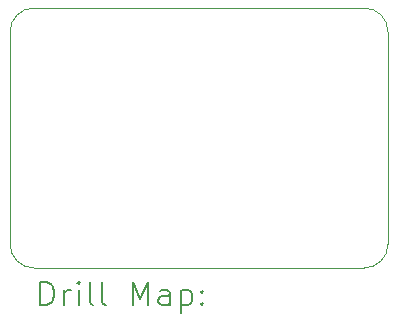
<source format=gbr>
%TF.GenerationSoftware,KiCad,Pcbnew,8.0.2*%
%TF.CreationDate,2024-09-03T17:10:48+02:00*%
%TF.ProjectId,IMD SCS Maker,494d4420-5343-4532-904d-616b65722e6b,rev?*%
%TF.SameCoordinates,Original*%
%TF.FileFunction,Drillmap*%
%TF.FilePolarity,Positive*%
%FSLAX45Y45*%
G04 Gerber Fmt 4.5, Leading zero omitted, Abs format (unit mm)*
G04 Created by KiCad (PCBNEW 8.0.2) date 2024-09-03 17:10:48*
%MOMM*%
%LPD*%
G01*
G04 APERTURE LIST*
%ADD10C,0.100000*%
%ADD11C,0.200000*%
G04 APERTURE END LIST*
D10*
X9300000Y-3950000D02*
G75*
G02*
X9500000Y-4150000I0J-200000D01*
G01*
X6300000Y-4150000D02*
G75*
G02*
X6500000Y-3950000I200000J0D01*
G01*
X9500000Y-4150000D02*
X9500000Y-5950000D01*
X6500000Y-3950000D02*
X9300000Y-3950000D01*
X9300000Y-6150000D02*
X6500000Y-6150000D01*
X6500000Y-6150000D02*
G75*
G02*
X6300000Y-5950000I0J200000D01*
G01*
X9500000Y-5950000D02*
G75*
G02*
X9300000Y-6150000I-200000J0D01*
G01*
X6300000Y-5950000D02*
X6300000Y-4150000D01*
D11*
X6555777Y-6466484D02*
X6555777Y-6266484D01*
X6555777Y-6266484D02*
X6603396Y-6266484D01*
X6603396Y-6266484D02*
X6631967Y-6276008D01*
X6631967Y-6276008D02*
X6651015Y-6295055D01*
X6651015Y-6295055D02*
X6660539Y-6314103D01*
X6660539Y-6314103D02*
X6670062Y-6352198D01*
X6670062Y-6352198D02*
X6670062Y-6380769D01*
X6670062Y-6380769D02*
X6660539Y-6418865D01*
X6660539Y-6418865D02*
X6651015Y-6437912D01*
X6651015Y-6437912D02*
X6631967Y-6456960D01*
X6631967Y-6456960D02*
X6603396Y-6466484D01*
X6603396Y-6466484D02*
X6555777Y-6466484D01*
X6755777Y-6466484D02*
X6755777Y-6333150D01*
X6755777Y-6371246D02*
X6765301Y-6352198D01*
X6765301Y-6352198D02*
X6774824Y-6342674D01*
X6774824Y-6342674D02*
X6793872Y-6333150D01*
X6793872Y-6333150D02*
X6812920Y-6333150D01*
X6879586Y-6466484D02*
X6879586Y-6333150D01*
X6879586Y-6266484D02*
X6870062Y-6276008D01*
X6870062Y-6276008D02*
X6879586Y-6285531D01*
X6879586Y-6285531D02*
X6889110Y-6276008D01*
X6889110Y-6276008D02*
X6879586Y-6266484D01*
X6879586Y-6266484D02*
X6879586Y-6285531D01*
X7003396Y-6466484D02*
X6984348Y-6456960D01*
X6984348Y-6456960D02*
X6974824Y-6437912D01*
X6974824Y-6437912D02*
X6974824Y-6266484D01*
X7108158Y-6466484D02*
X7089110Y-6456960D01*
X7089110Y-6456960D02*
X7079586Y-6437912D01*
X7079586Y-6437912D02*
X7079586Y-6266484D01*
X7336729Y-6466484D02*
X7336729Y-6266484D01*
X7336729Y-6266484D02*
X7403396Y-6409341D01*
X7403396Y-6409341D02*
X7470062Y-6266484D01*
X7470062Y-6266484D02*
X7470062Y-6466484D01*
X7651015Y-6466484D02*
X7651015Y-6361722D01*
X7651015Y-6361722D02*
X7641491Y-6342674D01*
X7641491Y-6342674D02*
X7622443Y-6333150D01*
X7622443Y-6333150D02*
X7584348Y-6333150D01*
X7584348Y-6333150D02*
X7565301Y-6342674D01*
X7651015Y-6456960D02*
X7631967Y-6466484D01*
X7631967Y-6466484D02*
X7584348Y-6466484D01*
X7584348Y-6466484D02*
X7565301Y-6456960D01*
X7565301Y-6456960D02*
X7555777Y-6437912D01*
X7555777Y-6437912D02*
X7555777Y-6418865D01*
X7555777Y-6418865D02*
X7565301Y-6399817D01*
X7565301Y-6399817D02*
X7584348Y-6390293D01*
X7584348Y-6390293D02*
X7631967Y-6390293D01*
X7631967Y-6390293D02*
X7651015Y-6380769D01*
X7746253Y-6333150D02*
X7746253Y-6533150D01*
X7746253Y-6342674D02*
X7765301Y-6333150D01*
X7765301Y-6333150D02*
X7803396Y-6333150D01*
X7803396Y-6333150D02*
X7822443Y-6342674D01*
X7822443Y-6342674D02*
X7831967Y-6352198D01*
X7831967Y-6352198D02*
X7841491Y-6371246D01*
X7841491Y-6371246D02*
X7841491Y-6428388D01*
X7841491Y-6428388D02*
X7831967Y-6447436D01*
X7831967Y-6447436D02*
X7822443Y-6456960D01*
X7822443Y-6456960D02*
X7803396Y-6466484D01*
X7803396Y-6466484D02*
X7765301Y-6466484D01*
X7765301Y-6466484D02*
X7746253Y-6456960D01*
X7927205Y-6447436D02*
X7936729Y-6456960D01*
X7936729Y-6456960D02*
X7927205Y-6466484D01*
X7927205Y-6466484D02*
X7917682Y-6456960D01*
X7917682Y-6456960D02*
X7927205Y-6447436D01*
X7927205Y-6447436D02*
X7927205Y-6466484D01*
X7927205Y-6342674D02*
X7936729Y-6352198D01*
X7936729Y-6352198D02*
X7927205Y-6361722D01*
X7927205Y-6361722D02*
X7917682Y-6352198D01*
X7917682Y-6352198D02*
X7927205Y-6342674D01*
X7927205Y-6342674D02*
X7927205Y-6361722D01*
M02*

</source>
